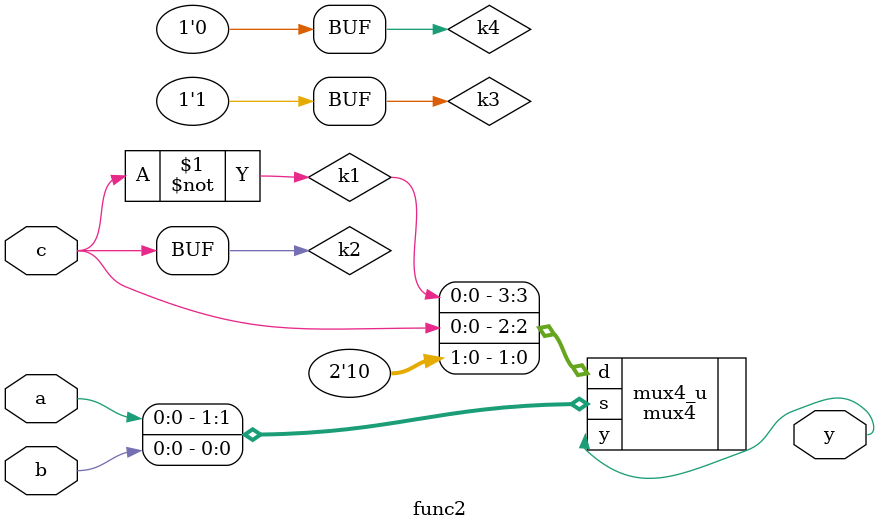
<source format=sv>
module func2(
    input a, 
    input b, 
    input c,
    output y
);
    assign k1 = ~c;
    assign k2 = c;
    assign k3 = 1;
    assign k4 = 0;
    mux4 mux4_u(
        .s({a,b}),
        .d({k1,k2,k3,k4}),
        .y(y)
    );
endmodule
</source>
